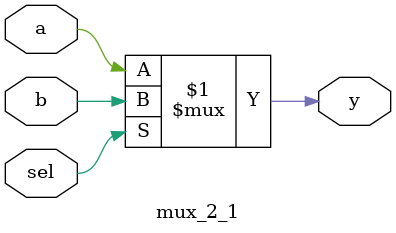
<source format=v>
module mux_4_using_2 (
    a,
    b,
    c,
    d,
    y,
    sel
);
    input a, b, c, d;
    input [1:0] sel;
    output y;

    wire y1, y2;

    mux_2_1 m1 (
        a,
        b,
        y1,
        sel[0]
    );
    mux_2_1 m2 (
        c,
        d,
        y2,
        sel[0]
    );

    mux_2_1 m3 (
        y1,
        y2,
        y,
        sel[1]
    );

endmodule

module mux_2_1 (
    a,
    b,
    y,
    sel
);
    input a, b, sel;
    output y;

    assign y = sel ? b : a;
endmodule

</source>
